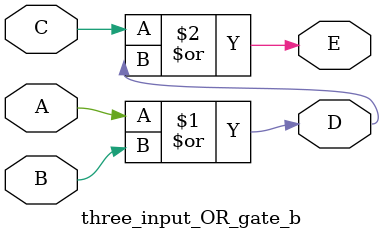
<source format=v>
`timescale 1ns / 1ps

module three_input_OR_gate_b(
    input A,
    input B,
    output D,
    input C,
    output E
    );
    
    assign D = A | B;
    assign E = C | D;
endmodule
</source>
